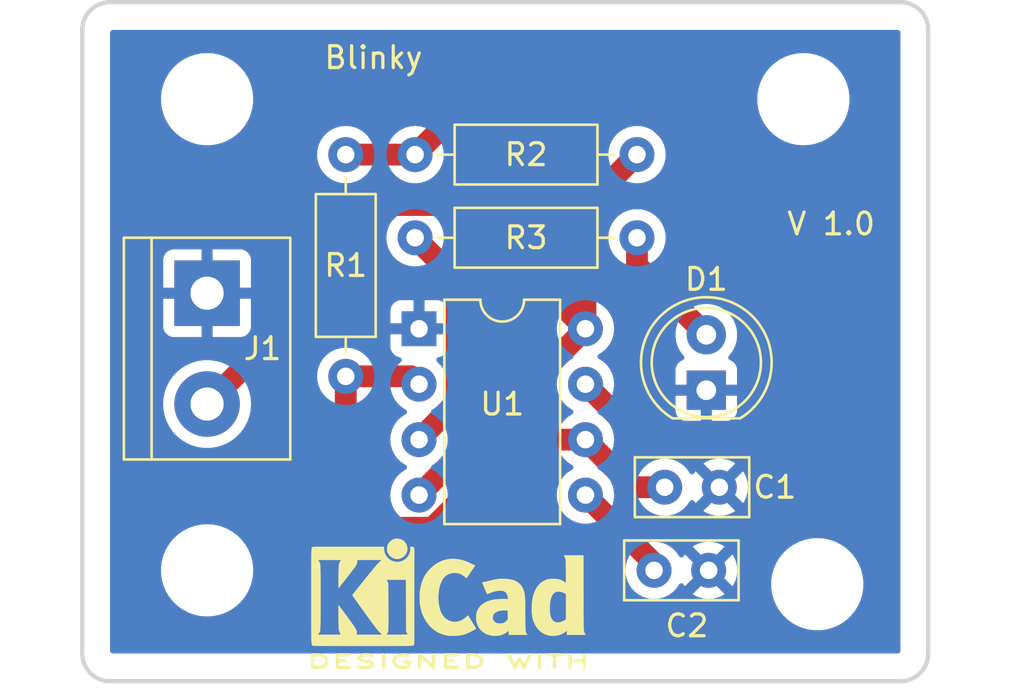
<source format=kicad_pcb>
(kicad_pcb (version 20211014) (generator pcbnew)
  (layers (0 "F.Cu" signal) (31 "B.Cu" signal) (34 "B.Paste" user) (35 "F.Paste" user) (36 "B.SilkS" user "B.Silkscreen") (37 "F.SilkS" user "F.Silkscreen") (38 "B.Mask" user) (39 "F.Mask" user) (44 "Edge.Cuts" user))
  (net 0 "")
  (net 1 "Net-(U1-Pad6)")
  (net 2 "GND")
  (net 3 "Net-(R3-Pad2)")
  (net 4 "+9V")
  (net 5 "Net-(U1-Pad7)")
  (net 6 "Net-(U1-Pad3)")
  (net 7 "Net-(U1-Pad5)")
  (footprint "MountingHole:MountingHole_3.2mm_M3" (layer "F.Cu") (at 131.445 104.775)
    (fp_text reference "REF**" hide)
    (fp_text value "MountingHole_3.2mm_M3")
    (pad "" np_thru_hole circle (at 0 0) (size 3.2 3.2) (drill 3.2) (layers *.Cu *.Mask))
  )
  (footprint "Resistor_THT:R_Axial_DIN0207_L6.3mm_D2.5mm_P10.16mm_Horizontal" (layer "F.Cu") (at 123.19 85.09 180)
    (fp_text reference "R2" (at 5.08 0) (layer "F.SilkS"))
    (fp_text value "1K")
    (pad "1" thru_hole circle (at 0 0 180) (size 1.6 1.6) (drill 0.8) (layers *.Cu *.Mask) (net 4 "+9V"))
    (pad "2" thru_hole oval (at 10.16 0 180) (size 1.6 1.6) (drill 0.8) (layers *.Cu *.Mask) (net 5 "Net-(U1-Pad7)"))
  )
  (footprint "Resistor_THT:R_Axial_DIN0207_L6.3mm_D2.5mm_P10.16mm_Horizontal" (layer "F.Cu") (at 109.855 95.25 90)
    (fp_text reference "R1" (at 5.08 0 180) (layer "F.SilkS"))
    (fp_text value "470K")
    (pad "1" thru_hole circle (at 0 0 90) (size 1.6 1.6) (drill 0.8) (layers *.Cu *.Mask) (net 1 "Net-(U1-Pad6)"))
    (pad "2" thru_hole oval (at 10.16 0 90) (size 1.6 1.6) (drill 0.8) (layers *.Cu *.Mask) (net 5 "Net-(U1-Pad7)"))
  )
  (footprint "MountingHole:MountingHole_3.2mm_M3" (layer "F.Cu") (at 103.505 82.55)
    (fp_text reference "REF**" hide)
    (fp_text value "MountingHole_3.2mm_M3")
    (pad "" np_thru_hole circle (at 0 0) (size 3.2 3.2) (drill 3.2) (layers *.Cu *.Mask))
  )
  (footprint "TerminalBlock:TerminalBlock_bornier-2_P5.08mm" (layer "F.Cu") (at 103.505 91.44 -90)
    (fp_text reference "J1" (at 2.54 -2.54 180) (layer "F.SilkS"))
    (fp_text value "9v Input")
    (pad "1" thru_hole rect (at 0 0 270) (size 3 3) (drill 1.52) (layers *.Cu *.Mask) (net 2 "GND"))
    (pad "2" thru_hole circle (at 5.08 0 270) (size 3 3) (drill 1.52) (layers *.Cu *.Mask) (net 4 "+9V"))
  )
  (footprint "Package_DIP:DIP-8_W7.62mm" (layer "F.Cu") (at 113.21 93.07)
    (fp_text reference "U1" (at 3.81 3.45) (layer "F.SilkS"))
    (fp_text value "LM555xM")
    (pad "1" thru_hole rect (at 0 0) (size 1.6 1.6) (drill 0.8) (layers *.Cu *.Mask) (net 2 "GND"))
    (pad "2" thru_hole oval (at 0 2.54) (size 1.6 1.6) (drill 0.8) (layers *.Cu *.Mask) (net 1 "Net-(U1-Pad6)"))
    (pad "3" thru_hole oval (at 0 5.08) (size 1.6 1.6) (drill 0.8) (layers *.Cu *.Mask) (net 6 "Net-(U1-Pad3)"))
    (pad "4" thru_hole oval (at 0 7.62) (size 1.6 1.6) (drill 0.8) (layers *.Cu *.Mask) (net 4 "+9V"))
    (pad "5" thru_hole oval (at 7.62 7.62) (size 1.6 1.6) (drill 0.8) (layers *.Cu *.Mask) (net 7 "Net-(U1-Pad5)"))
    (pad "6" thru_hole oval (at 7.62 5.08) (size 1.6 1.6) (drill 0.8) (layers *.Cu *.Mask) (net 1 "Net-(U1-Pad6)"))
    (pad "7" thru_hole oval (at 7.62 2.54) (size 1.6 1.6) (drill 0.8) (layers *.Cu *.Mask) (net 5 "Net-(U1-Pad7)"))
    (pad "8" thru_hole oval (at 7.62 0) (size 1.6 1.6) (drill 0.8) (layers *.Cu *.Mask) (net 4 "+9V"))
  )
  (footprint "Capacitor_THT:C_Disc_D5.0mm_W2.5mm_P2.50mm" (layer "F.Cu") (at 123.972 104.14)
    (fp_text reference "C2" (at 1.504 2.54) (layer "F.SilkS"))
    (fp_text value "0.01iF")
    (pad "1" thru_hole circle (at 0 0) (size 1.6 1.6) (drill 0.8) (layers *.Cu *.Mask) (net 7 "Net-(U1-Pad5)"))
    (pad "2" thru_hole circle (at 2.5 0) (size 1.6 1.6) (drill 0.8) (layers *.Cu *.Mask) (net 2 "GND"))
  )
  (footprint "Capacitor_THT:C_Disc_D5.0mm_W2.5mm_P2.50mm" (layer "F.Cu") (at 124.46 100.33)
    (fp_text reference "C1" (at 5.04 0) (layer "F.SilkS"))
    (fp_text value "1uF")
    (pad "1" thru_hole circle (at 0 0) (size 1.6 1.6) (drill 0.8) (layers *.Cu *.Mask) (net 1 "Net-(U1-Pad6)"))
    (pad "2" thru_hole circle (at 2.5 0) (size 1.6 1.6) (drill 0.8) (layers *.Cu *.Mask) (net 2 "GND"))
  )
  (footprint "Resistor_THT:R_Axial_DIN0207_L6.3mm_D2.5mm_P10.16mm_Horizontal" (layer "F.Cu") (at 113.03 88.9)
    (fp_text reference "R3" (at 5.08 0) (layer "F.SilkS"))
    (fp_text value "1K")
    (pad "1" thru_hole circle (at 0 0) (size 1.6 1.6) (drill 0.8) (layers *.Cu *.Mask) (net 6 "Net-(U1-Pad3)"))
    (pad "2" thru_hole oval (at 10.16 0) (size 1.6 1.6) (drill 0.8) (layers *.Cu *.Mask) (net 3 "Net-(R3-Pad2)"))
  )
  (footprint "Symbol:KiCad-Logo2_5mm_SilkScreen" (layer "F.Cu") (at 114.554 105.664)
    (fp_text reference "REF**" hide)
    (fp_text value "KiCad-Logo2_5mm_SilkScreen" hide)
  )
  (footprint "LED_THT:LED_D5.0mm" (layer "F.Cu") (at 126.365 95.885 90)
    (fp_text reference "D1" (at 5.08 0 180) (layer "F.SilkS"))
    (fp_text value "LED")
    (pad "1" thru_hole rect (at 0 0 90) (size 1.8 1.8) (drill 0.9) (layers *.Cu *.Mask) (net 2 "GND"))
    (pad "2" thru_hole circle (at 2.54 0 90) (size 1.8 1.8) (drill 0.9) (layers *.Cu *.Mask) (net 3 "Net-(R3-Pad2)"))
  )
  (footprint "MountingHole:MountingHole_3.2mm_M3" (layer "F.Cu") (at 103.505 104.14)
    (fp_text reference "REF**" hide)
    (fp_text value "MountingHole_3.2mm_M3")
    (pad "" np_thru_hole circle (at 0 0) (size 3.2 3.2) (drill 3.2) (layers *.Cu *.Mask))
  )
  (footprint "MountingHole:MountingHole_3.2mm_M3" (layer "F.Cu") (at 130.81 82.55)
    (fp_text reference "REF**" hide)
    (fp_text value "MountingHole_3.2mm_M3")
    (pad "" np_thru_hole circle (at 0 0) (size 3.2 3.2) (drill 3.2) (layers *.Cu *.Mask))
  )
  (gr_line (start 135.255 109.22) (end 99.06 109.22) (layer "Edge.Cuts") (width 0.2))
  (gr_arc (start 99.06 109.22) (mid 98.161974 108.848026) (end 97.79 107.95) (layer "Edge.Cuts") (width 0.2))
  (gr_arc (start 136.525 107.95) (mid 136.153026 108.848026) (end 135.255 109.22) (layer "Edge.Cuts") (width 0.2))
  (gr_line (start 97.79 107.95) (end 97.79 79.375) (layer "Edge.Cuts") (width 0.2))
  (gr_arc (start 97.79 79.375) (mid 98.161974 78.476974) (end 99.06 78.105) (layer "Edge.Cuts") (width 0.2))
  (gr_line (start 136.525 79.375) (end 136.525 107.95) (layer "Edge.Cuts") (width 0.2))
  (gr_arc (start 135.255 78.105) (mid 136.153026 78.476974) (end 136.525 79.375) (layer "Edge.Cuts") (width 0.2))
  (gr_line (start 99.06 78.105) (end 135.255 78.105) (layer "Edge.Cuts") (width 0.2))
  (gr_text "V 1.0" (at 132.08 88.265) (layer "F.SilkS") (effects (font (size 1 1))))
  (gr_text "Blinky" (at 111.125 80.645) (layer "F.SilkS") (effects (font (size 1 1))))
  (segment (start 109.855 100.644262) (end 109.855 95.25) (width 1) (layer "F.Cu") (net 1))
  (segment (start 111.400738 102.19) (end 109.855 100.644262) (width 1) (layer "F.Cu") (net 1))
  (segment (start 109.855 95.25) (end 112.85 95.25) (width 1) (layer "F.Cu") (net 1))
  (segment (start 120.83 98.15) (end 117.871321 98.15) (width 1) (layer "F.Cu") (net 1))
  (segment (start 113.831321 102.19) (end 111.400738 102.19) (width 1) (layer "F.Cu") (net 1))
  (segment (start 123.01 100.33) (end 120.83 98.15) (width 1) (layer "F.Cu") (net 1))
  (segment (start 124.46 100.33) (end 123.01 100.33) (width 1) (layer "F.Cu") (net 1))
  (segment (start 113.21 95.61) (end 112.85 95.25) (width 1) (layer "F.Cu") (net 1))
  (segment (start 117.871321 98.15) (end 113.831321 102.19) (width 1) (layer "F.Cu") (net 1))
  (segment (start 123.19 88.9) (end 123.19 90.17) (width 1) (layer "F.Cu") (net 3))
  (segment (start 123.19 90.17) (end 126.365 93.345) (width 1) (layer "F.Cu") (net 3))
  (segment (start 123.19 85.09) (end 120.83 87.45) (width 1) (layer "F.Cu") (net 4))
  (segment (start 103.505 96.52) (end 107.315 92.71) (width 1) (layer "F.Cu") (net 4))
  (segment (start 115.16 87.4) (end 120.83 93.07) (width 1) (layer "F.Cu") (net 4))
  (segment (start 111.99 87.4) (end 115.16 87.4) (width 1) (layer "F.Cu") (net 4))
  (segment (start 107.315 92.075) (end 111.99 87.4) (width 1) (layer "F.Cu") (net 4))
  (segment (start 113.21 100.69) (end 120.83 93.07) (width 1) (layer "F.Cu") (net 4))
  (segment (start 120.83 87.45) (end 120.83 93.07) (width 1) (layer "F.Cu") (net 4))
  (segment (start 107.315 92.71) (end 107.315 92.075) (width 1) (layer "F.Cu") (net 4))
  (segment (start 113.03 85.09) (end 114.3 83.82) (width 1) (layer "F.Cu") (net 5))
  (segment (start 114.935 82.55) (end 123.19 82.55) (width 1) (layer "F.Cu") (net 5))
  (segment (start 123.19 82.55) (end 128.27 87.63) (width 1) (layer "F.Cu") (net 5))
  (segment (start 114.3 83.185) (end 114.935 82.55) (width 1) (layer "F.Cu") (net 5))
  (segment (start 109.855 85.09) (end 113.03 85.09) (width 1) (layer "F.Cu") (net 5))
  (segment (start 128.27 97.79) (end 123.01 97.79) (width 1) (layer "F.Cu") (net 5))
  (segment (start 123.01 97.79) (end 120.83 95.61) (width 1) (layer "F.Cu") (net 5))
  (segment (start 114.3 83.82) (end 114.3 83.185) (width 1) (layer "F.Cu") (net 5))
  (segment (start 128.27 87.63) (end 128.27 97.79) (width 1) (layer "F.Cu") (net 5))
  (segment (start 114.935 96.52) (end 114.935 90.805) (width 1) (layer "F.Cu") (net 6))
  (segment (start 114.84 96.52) (end 114.935 96.52) (width 1) (layer "F.Cu") (net 6))
  (segment (start 113.21 98.15) (end 114.84 96.52) (width 1) (layer "F.Cu") (net 6))
  (segment (start 114.935 90.805) (end 113.03 88.9) (width 1) (layer "F.Cu") (net 6))
  (segment (start 123.972 104.14) (end 123.972 103.832) (width 1) (layer "F.Cu") (net 7))
  (segment (start 123.972 103.832) (end 120.83 100.69) (width 1) (layer "F.Cu") (net 7))
  (zone (net 2) (net_name "GND") (layer "B.Cu") (connect_pads (clearance 0.508)) (min_thickness 0.254) (fill yes (thermal_gap 0.508) (thermal_bridge_width 0.508))
    (polygon (pts (xy 135.255 107.95) (xy 99.06 107.95) (xy 99.06 79.375) (xy 135.255 79.375)))
  )
)
</source>
